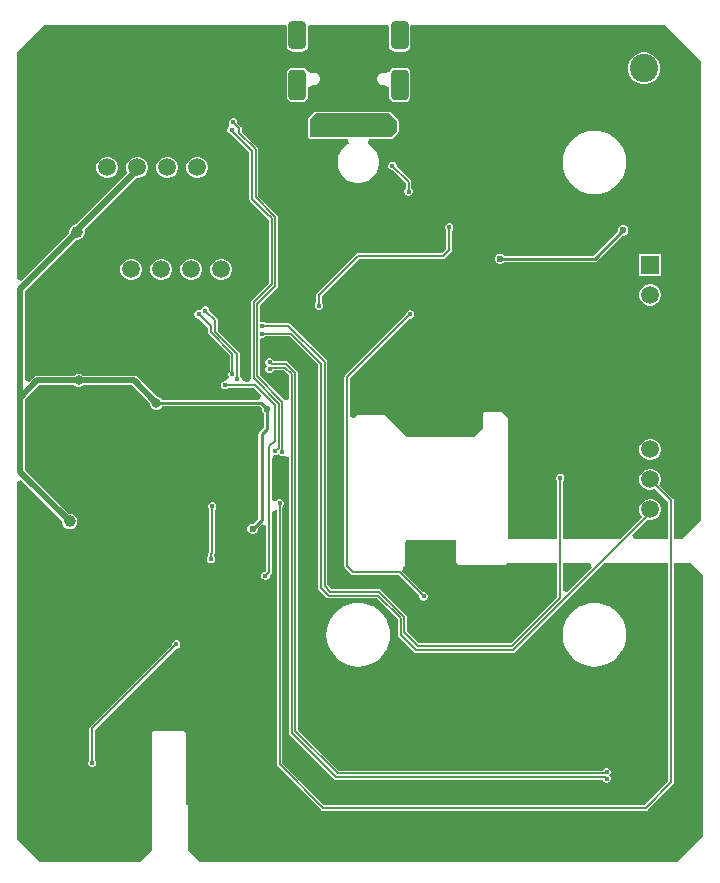
<source format=gbl>
G04*
G04 #@! TF.GenerationSoftware,Altium Limited,Altium Designer,23.5.1 (21)*
G04*
G04 Layer_Physical_Order=2*
G04 Layer_Color=16711680*
%FSLAX25Y25*%
%MOIN*%
G70*
G04*
G04 #@! TF.SameCoordinates,89F97100-6FF8-4533-BDCD-A1BC4398B3AB*
G04*
G04*
G04 #@! TF.FilePolarity,Positive*
G04*
G01*
G75*
%ADD13C,0.01000*%
G04:AMPARAMS|DCode=76|XSize=59.06mil|YSize=94.49mil|CornerRadius=14.76mil|HoleSize=0mil|Usage=FLASHONLY|Rotation=180.000|XOffset=0mil|YOffset=0mil|HoleType=Round|Shape=RoundedRectangle|*
%AMROUNDEDRECTD76*
21,1,0.05906,0.06496,0,0,180.0*
21,1,0.02953,0.09449,0,0,180.0*
1,1,0.02953,-0.01476,0.03248*
1,1,0.02953,0.01476,0.03248*
1,1,0.02953,0.01476,-0.03248*
1,1,0.02953,-0.01476,-0.03248*
%
%ADD76ROUNDEDRECTD76*%
%ADD81C,0.02000*%
%ADD82C,0.00600*%
%ADD84C,0.05906*%
%ADD85R,0.05906X0.05906*%
%ADD86C,0.09449*%
%ADD87R,0.09449X0.09449*%
%ADD88R,0.05906X0.05906*%
%ADD89C,0.01968*%
%ADD90C,0.01575*%
%ADD91C,0.02362*%
%ADD92C,0.03937*%
%ADD93C,0.03150*%
G04:AMPARAMS|DCode=94|XSize=59.06mil|YSize=102.36mil|CornerRadius=14.76mil|HoleSize=0mil|Usage=FLASHONLY|Rotation=180.000|XOffset=0mil|YOffset=0mil|HoleType=Round|Shape=RoundedRectangle|*
%AMROUNDEDRECTD94*
21,1,0.05906,0.07284,0,0,180.0*
21,1,0.02953,0.10236,0,0,180.0*
1,1,0.02953,-0.01476,0.03642*
1,1,0.02953,0.01476,0.03642*
1,1,0.02953,0.01476,-0.03642*
1,1,0.02953,-0.01476,-0.03642*
%
%ADD94ROUNDEDRECTD94*%
G36*
X266000Y294000D02*
Y261290D01*
Y141000D01*
X259500Y134500D01*
X256918D01*
Y147500D01*
X256848Y147851D01*
X256649Y148149D01*
X252076Y152722D01*
X252311Y153129D01*
X252553Y154032D01*
Y154968D01*
X252311Y155871D01*
X251843Y156681D01*
X251181Y157343D01*
X250371Y157811D01*
X249468Y158053D01*
X248532D01*
X247629Y157811D01*
X246819Y157343D01*
X246157Y156681D01*
X245689Y155871D01*
X245447Y154968D01*
Y154032D01*
X245689Y153129D01*
X246157Y152319D01*
X246819Y151657D01*
X247629Y151189D01*
X248532Y150947D01*
X249468D01*
X250371Y151189D01*
X250778Y151424D01*
X255082Y147120D01*
Y134500D01*
X243528D01*
X242954Y135886D01*
X248125Y141056D01*
X248532Y140947D01*
X249468D01*
X250371Y141189D01*
X251181Y141657D01*
X251843Y142319D01*
X252311Y143129D01*
X252553Y144032D01*
Y144968D01*
X252311Y145871D01*
X251843Y146681D01*
X251181Y147343D01*
X250371Y147811D01*
X249468Y148053D01*
X248532D01*
X247629Y147811D01*
X246819Y147343D01*
X246157Y146681D01*
X245689Y145871D01*
X245447Y144968D01*
Y144032D01*
X245689Y143129D01*
X246157Y142319D01*
X246474Y142001D01*
X238973Y134500D01*
X219918D01*
Y153955D01*
X220176Y154214D01*
X220387Y154724D01*
Y155276D01*
X220176Y155786D01*
X219786Y156176D01*
X219276Y156387D01*
X218724D01*
X218214Y156176D01*
X217824Y155786D01*
X217613Y155276D01*
Y154724D01*
X217824Y154214D01*
X218082Y153955D01*
Y134500D01*
X201649D01*
Y174500D01*
X201459Y174959D01*
X199459Y176959D01*
X199000Y177149D01*
X194000D01*
X193541Y176959D01*
X193351Y176500D01*
Y171769D01*
X190231Y168649D01*
X167769D01*
X167459Y168959D01*
X167459Y168959D01*
X160459Y175959D01*
X160000Y176149D01*
X152000D01*
X151541Y175959D01*
X150418Y174836D01*
X148918Y175457D01*
Y188169D01*
X168881Y208132D01*
X169247D01*
X169757Y208343D01*
X170147Y208734D01*
X170358Y209244D01*
Y209796D01*
X170147Y210306D01*
X169757Y210696D01*
X169247Y210907D01*
X168695D01*
X168185Y210696D01*
X167795Y210306D01*
X167583Y209796D01*
Y209430D01*
X147351Y189198D01*
X147152Y188900D01*
X147082Y188549D01*
Y125500D01*
X147152Y125149D01*
X147351Y124851D01*
X149364Y122839D01*
X149661Y122640D01*
X150012Y122570D01*
X165132D01*
X172113Y115590D01*
Y115224D01*
X172324Y114714D01*
X172714Y114324D01*
X173224Y114113D01*
X173776D01*
X174286Y114324D01*
X174676Y114714D01*
X174887Y115224D01*
Y115776D01*
X174676Y116286D01*
X174286Y116676D01*
X173776Y116887D01*
X173410D01*
X166447Y123851D01*
D01*
D01*
X166472Y124556D01*
X166562Y124941D01*
X166836Y125490D01*
D01*
D01*
X166959Y125541D01*
X167149Y126000D01*
Y126500D01*
Y133731D01*
X167459Y134041D01*
X167459Y134041D01*
X167769Y134351D01*
X184231D01*
X184351Y134231D01*
Y127000D01*
X184541Y126541D01*
X185041Y126041D01*
X185500Y125851D01*
X200500D01*
X200959Y126041D01*
X201418Y126500D01*
X218082D01*
Y115306D01*
X202694Y99918D01*
X171880D01*
X167918Y103880D01*
Y108759D01*
X167848Y109111D01*
X167649Y109408D01*
X159408Y117649D01*
X159111Y117848D01*
X158759Y117918D01*
X142812D01*
X141401Y119329D01*
Y193517D01*
X141331Y193868D01*
X141132Y194166D01*
X128965Y206332D01*
X128668Y206531D01*
X128317Y206601D01*
X120722D01*
X120464Y206859D01*
X119954Y207071D01*
X119402D01*
X118908Y207401D01*
Y212631D01*
X124649Y218371D01*
X124848Y218669D01*
X124918Y219020D01*
Y242000D01*
X124848Y242351D01*
X124649Y242649D01*
X118418Y248880D01*
Y264500D01*
X118348Y264851D01*
X118149Y265149D01*
X112918Y270380D01*
Y271500D01*
X112848Y271851D01*
X112649Y272149D01*
X111387Y273410D01*
Y273776D01*
X111176Y274286D01*
X110786Y274676D01*
X110276Y274887D01*
X109724D01*
X109214Y274676D01*
X108824Y274286D01*
X108613Y273776D01*
Y273224D01*
X108714Y272176D01*
X108324Y271786D01*
X108113Y271276D01*
Y270724D01*
X108324Y270214D01*
X108714Y269824D01*
X109224Y269613D01*
X109393D01*
X115382Y263623D01*
Y248003D01*
X115452Y247652D01*
X115651Y247354D01*
X120253Y242753D01*
X120253Y242753D01*
X121882Y241123D01*
Y219898D01*
X116141Y214157D01*
X115943Y213859D01*
X115873Y213508D01*
Y188176D01*
X115136Y187142D01*
X114790Y186849D01*
X114119D01*
X112815Y187621D01*
Y188173D01*
X112604Y188683D01*
X112346Y188941D01*
Y196303D01*
X112276Y196654D01*
X112077Y196951D01*
X104918Y204111D01*
Y207537D01*
X104848Y207888D01*
X104649Y208186D01*
X102109Y210725D01*
Y211091D01*
X101898Y211601D01*
X101508Y211991D01*
X100998Y212202D01*
X100446D01*
X99936Y211991D01*
X99546Y211601D01*
X99335Y211091D01*
X98776Y210887D01*
X98224D01*
X97714Y210676D01*
X97324Y210286D01*
X97113Y209776D01*
Y209224D01*
X97324Y208714D01*
X97714Y208324D01*
X98224Y208113D01*
X98578D01*
X101582Y205108D01*
Y203508D01*
X101652Y203157D01*
X101851Y202860D01*
X108796Y195915D01*
Y190584D01*
X108537Y190326D01*
X108326Y189816D01*
Y189264D01*
X108537Y188754D01*
X107740Y187430D01*
X107570Y187319D01*
X107018D01*
X106508Y187107D01*
X106117Y186717D01*
X105906Y186207D01*
Y185655D01*
X106117Y185145D01*
X106508Y184755D01*
X107018Y184544D01*
X107570D01*
X108080Y184755D01*
X108338Y185014D01*
X116958D01*
X119440Y182531D01*
X119436Y182486D01*
X118762Y181088D01*
X86303D01*
X86258Y181198D01*
X85646Y181810D01*
X84847Y182141D01*
X84666D01*
X78154Y188654D01*
X77624Y189007D01*
X77000Y189131D01*
X59944D01*
X59732Y189344D01*
X58933Y189675D01*
X58067D01*
X57268Y189344D01*
X57056Y189131D01*
X44714D01*
X44090Y189007D01*
X43561Y188654D01*
X42017Y187110D01*
X40631Y187684D01*
Y217324D01*
X57739Y234432D01*
X58338D01*
X58991Y234607D01*
X59577Y234945D01*
X60055Y235423D01*
X60394Y236009D01*
X60568Y236662D01*
Y237338D01*
X60474Y237691D01*
X77730Y254947D01*
X78468D01*
X79371Y255189D01*
X80181Y255657D01*
X80843Y256319D01*
X81311Y257129D01*
X81553Y258032D01*
Y258968D01*
X81311Y259871D01*
X80843Y260681D01*
X80181Y261343D01*
X79371Y261811D01*
X78468Y262053D01*
X77532D01*
X76629Y261811D01*
X75819Y261343D01*
X75157Y260681D01*
X74689Y259871D01*
X74447Y258968D01*
Y258032D01*
X74689Y257129D01*
X74912Y256743D01*
X57737Y239568D01*
X57662D01*
X57009Y239393D01*
X56423Y239055D01*
X55945Y238577D01*
X55607Y237991D01*
X55431Y237338D01*
Y236739D01*
X39386Y220693D01*
X38000Y221267D01*
Y297000D01*
X47000Y306000D01*
X127645D01*
X127851Y305748D01*
Y299252D01*
X128013Y298442D01*
X128472Y297755D01*
X129158Y297296D01*
X129969Y297135D01*
X132921D01*
X133731Y297296D01*
X134418Y297755D01*
X134877Y298442D01*
X135038Y299252D01*
Y305748D01*
X135245Y306000D01*
X161700D01*
X161907Y305748D01*
Y299252D01*
X162068Y298442D01*
X162527Y297755D01*
X163214Y297296D01*
X164024Y297135D01*
X166976D01*
X167787Y297296D01*
X168473Y297755D01*
X168932Y298442D01*
X169093Y299252D01*
Y305748D01*
X169300Y306000D01*
X254000D01*
X266000Y294000D01*
D02*
G37*
G36*
X82239Y179954D02*
Y179533D01*
X82570Y178734D01*
X83182Y178122D01*
X83981Y177791D01*
X84847D01*
X85646Y178122D01*
X86258Y178734D01*
X86303Y178844D01*
X118823D01*
X119453Y178214D01*
Y177767D01*
X119725Y177112D01*
X120226Y176611D01*
X120292Y176584D01*
Y171879D01*
X118707Y170293D01*
X118464Y169929D01*
X118378Y169500D01*
X118378Y169500D01*
Y141465D01*
X116695Y139781D01*
X116146D01*
X115491Y139510D01*
X114990Y139009D01*
X114719Y138354D01*
Y137646D01*
X114990Y136991D01*
X115491Y136490D01*
X116146Y136219D01*
X116854D01*
X117509Y136490D01*
X118010Y136991D01*
X118281Y137646D01*
Y138195D01*
X119582Y139496D01*
X121082Y138875D01*
Y123969D01*
X120871Y123757D01*
X120506D01*
X119996Y123546D01*
X119606Y123156D01*
X119394Y122646D01*
Y122094D01*
X119606Y121584D01*
X119996Y121194D01*
X120506Y120983D01*
X121058D01*
X121568Y121194D01*
X121958Y121584D01*
X122169Y122094D01*
Y122460D01*
X122649Y122940D01*
X122848Y123237D01*
X122918Y123588D01*
Y143562D01*
X124418Y144370D01*
X124512Y144308D01*
X124582Y144143D01*
Y115122D01*
D01*
Y59500D01*
X124652Y59149D01*
X124851Y58851D01*
X139351Y44351D01*
X139649Y44152D01*
X140000Y44082D01*
X247500D01*
X247851Y44152D01*
X248149Y44351D01*
X256649Y52851D01*
X256848Y53149D01*
X256918Y53500D01*
Y126500D01*
X262500D01*
X266500Y122500D01*
Y35500D01*
X258000Y27000D01*
X99000D01*
X95000Y31000D01*
Y46000D01*
X94149D01*
Y70000D01*
X93959Y70459D01*
X93500Y70649D01*
X83500D01*
X83041Y70459D01*
X82851Y70000D01*
Y46000D01*
Y45000D01*
X83000Y44639D01*
Y31000D01*
X79000Y27000D01*
X45500D01*
X38000Y34500D01*
X38000Y70680D01*
X38000Y70680D01*
Y153733D01*
X39386Y154307D01*
X52931Y140761D01*
Y140162D01*
X53106Y139509D01*
X53445Y138923D01*
X53923Y138445D01*
X54509Y138107D01*
X55162Y137932D01*
X55838D01*
X56491Y138107D01*
X57077Y138445D01*
X57555Y138923D01*
X57894Y139509D01*
X58069Y140162D01*
Y140838D01*
X57894Y141491D01*
X57555Y142077D01*
X57077Y142555D01*
X56491Y142894D01*
X55838Y143069D01*
X55239D01*
X40631Y157676D01*
Y181110D01*
X45390Y185869D01*
X57056D01*
X57268Y185656D01*
X58067Y185325D01*
X58933D01*
X59732Y185656D01*
X59944Y185869D01*
X76324D01*
X82239Y179954D01*
D02*
G37*
G36*
X229587Y125114D02*
X221304Y116830D01*
X219918Y117404D01*
Y126500D01*
X229013D01*
X229587Y125114D01*
D02*
G37*
G36*
X138366Y192640D02*
Y118451D01*
X138435Y118100D01*
X138635Y117803D01*
X141286Y115151D01*
X141584Y114952D01*
X141935Y114882D01*
X157882D01*
X164882Y107882D01*
Y102700D01*
X164952Y102349D01*
X165151Y102051D01*
X170351Y96851D01*
X170649Y96652D01*
X171000Y96582D01*
X203271D01*
X203622Y96652D01*
X203920Y96851D01*
X233569Y126500D01*
X255082D01*
Y53880D01*
X247120Y45918D01*
X140380D01*
X140298Y46000D01*
X126418Y59880D01*
Y118516D01*
Y145456D01*
X126676Y145714D01*
X126887Y146224D01*
Y146776D01*
X126676Y147286D01*
X126286Y147676D01*
X125776Y147887D01*
X125224D01*
X124714Y147676D01*
X124418Y147380D01*
X123965Y147420D01*
X122918Y147811D01*
Y161186D01*
X123651Y162506D01*
X124203D01*
X124713Y162717D01*
X124899Y162903D01*
X125127Y162857D01*
X125517Y162467D01*
X126027Y162256D01*
X126579D01*
X127089Y162467D01*
X128582Y161900D01*
Y118301D01*
Y69971D01*
X128652Y69620D01*
X128851Y69322D01*
X143606Y54568D01*
X143903Y54369D01*
X144255Y54299D01*
X233194D01*
X233324Y53985D01*
X233714Y53595D01*
X234224Y53384D01*
X234776D01*
X235286Y53595D01*
X235676Y53985D01*
X235887Y54495D01*
Y55047D01*
X235676Y55557D01*
X235375Y55858D01*
X235676Y56160D01*
X235887Y56670D01*
Y57222D01*
X235676Y57732D01*
X235286Y58122D01*
X234776Y58333D01*
X234224D01*
X233714Y58122D01*
X233324Y57732D01*
X233194Y57418D01*
X145166D01*
X131701Y70883D01*
Y124201D01*
D01*
Y190032D01*
X131631Y190383D01*
X131432Y190680D01*
X128403Y193710D01*
X128105Y193909D01*
X127754Y193978D01*
X123440D01*
X123316Y194277D01*
X122926Y194668D01*
X122416Y194879D01*
X121864D01*
X121354Y194668D01*
X120964Y194277D01*
X120752Y193767D01*
Y193216D01*
X120964Y192706D01*
X121265Y192404D01*
X120964Y192103D01*
X120752Y191593D01*
Y191041D01*
X120964Y190531D01*
X121354Y190140D01*
X121864Y189929D01*
X122416D01*
X122926Y190140D01*
X123316Y190531D01*
X123468Y190898D01*
X126804D01*
X128582Y189120D01*
Y181250D01*
X127822Y181007D01*
X127082Y181001D01*
X127011Y181108D01*
X118908Y189211D01*
Y201370D01*
X119402Y201700D01*
X119954D01*
X120464Y201911D01*
X120722Y202170D01*
X128835D01*
X138366Y192640D01*
D02*
G37*
%LPC*%
G36*
X166976Y291802D02*
X164024D01*
X163214Y291641D01*
X162527Y291182D01*
X162155Y290626D01*
X161923Y290442D01*
X160450Y289904D01*
X160244Y289990D01*
X159457D01*
X158730Y289689D01*
X158174Y289132D01*
X157872Y288405D01*
Y287618D01*
X158174Y286891D01*
X158730Y286335D01*
X159457Y286034D01*
X160244D01*
X160407Y286101D01*
X161773Y285381D01*
X161907Y285223D01*
Y282402D01*
X162068Y281591D01*
X162527Y280905D01*
X163214Y280446D01*
X164024Y280285D01*
X166976D01*
X167787Y280446D01*
X168473Y280905D01*
X168932Y281591D01*
X169093Y282402D01*
Y289685D01*
X168932Y290495D01*
X168473Y291182D01*
X167787Y291641D01*
X166976Y291802D01*
D02*
G37*
G36*
X247701Y296824D02*
X246299D01*
X244945Y296462D01*
X243731Y295761D01*
X242739Y294769D01*
X242038Y293555D01*
X241676Y292201D01*
Y290799D01*
X242038Y289445D01*
X242739Y288231D01*
X243731Y287239D01*
X244945Y286538D01*
X246299Y286176D01*
X247701D01*
X249055Y286538D01*
X250269Y287239D01*
X251261Y288231D01*
X251962Y289445D01*
X252324Y290799D01*
Y292201D01*
X251962Y293555D01*
X251261Y294769D01*
X250269Y295761D01*
X249055Y296462D01*
X247701Y296824D01*
D02*
G37*
G36*
X132921Y291802D02*
X129969D01*
X129158Y291641D01*
X128472Y291182D01*
X128013Y290495D01*
X127851Y289685D01*
Y282402D01*
X128013Y281591D01*
X128472Y280905D01*
X129158Y280446D01*
X129969Y280285D01*
X132921D01*
X133731Y280446D01*
X134418Y280905D01*
X134877Y281591D01*
X135038Y282402D01*
Y285223D01*
X135172Y285381D01*
X136538Y286101D01*
X136701Y286034D01*
X137488D01*
X138215Y286335D01*
X138771Y286891D01*
X139072Y287618D01*
Y288405D01*
X138771Y289132D01*
X138215Y289689D01*
X137488Y289990D01*
X136701D01*
X136495Y289904D01*
X135021Y290442D01*
X134790Y290626D01*
X134418Y291182D01*
X133731Y291641D01*
X132921Y291802D01*
D02*
G37*
G36*
X98468Y262053D02*
X97532D01*
X96629Y261811D01*
X95819Y261343D01*
X95157Y260681D01*
X94689Y259871D01*
X94447Y258968D01*
Y258032D01*
X94689Y257129D01*
X95157Y256319D01*
X95819Y255657D01*
X96629Y255189D01*
X97532Y254947D01*
X98468D01*
X99371Y255189D01*
X100181Y255657D01*
X100843Y256319D01*
X101311Y257129D01*
X101553Y258032D01*
Y258968D01*
X101311Y259871D01*
X100843Y260681D01*
X100181Y261343D01*
X99371Y261811D01*
X98468Y262053D01*
D02*
G37*
G36*
X88468D02*
X87532D01*
X86629Y261811D01*
X85819Y261343D01*
X85157Y260681D01*
X84689Y259871D01*
X84447Y258968D01*
Y258032D01*
X84689Y257129D01*
X85157Y256319D01*
X85819Y255657D01*
X86629Y255189D01*
X87532Y254947D01*
X88468D01*
X89371Y255189D01*
X90181Y255657D01*
X90843Y256319D01*
X91311Y257129D01*
X91553Y258032D01*
Y258968D01*
X91311Y259871D01*
X90843Y260681D01*
X90181Y261343D01*
X89371Y261811D01*
X88468Y262053D01*
D02*
G37*
G36*
X68468D02*
X67532D01*
X66629Y261811D01*
X65819Y261343D01*
X65157Y260681D01*
X64689Y259871D01*
X64447Y258968D01*
Y258032D01*
X64689Y257129D01*
X65157Y256319D01*
X65819Y255657D01*
X66629Y255189D01*
X67532Y254947D01*
X68468D01*
X69371Y255189D01*
X70181Y255657D01*
X70843Y256319D01*
X71311Y257129D01*
X71553Y258032D01*
Y258968D01*
X71311Y259871D01*
X70843Y260681D01*
X70181Y261343D01*
X69371Y261811D01*
X68468Y262053D01*
D02*
G37*
G36*
X162000Y277149D02*
X137500D01*
X137041Y276959D01*
X135041Y274959D01*
X134851Y274500D01*
Y269000D01*
X135041Y268541D01*
X135541Y268041D01*
X136000Y267851D01*
X148221D01*
X148519Y266351D01*
X148433Y266315D01*
X147303Y265560D01*
X146342Y264599D01*
X145587Y263469D01*
X145067Y262213D01*
X144802Y260880D01*
Y259521D01*
X145067Y258188D01*
X145587Y256933D01*
X146342Y255803D01*
X147303Y254842D01*
X148433Y254087D01*
X149688Y253567D01*
X151021Y253302D01*
X152380D01*
X153713Y253567D01*
X154969Y254087D01*
X156099Y254842D01*
X157060Y255803D01*
X157815Y256933D01*
X158335Y258188D01*
X158600Y259521D01*
Y260880D01*
X158335Y262213D01*
X157815Y263469D01*
X157060Y264599D01*
X156099Y265560D01*
X154969Y266315D01*
X154882Y266351D01*
X155181Y267851D01*
X162500D01*
X162959Y268041D01*
X164959Y270041D01*
X165149Y270500D01*
Y274000D01*
X164959Y274459D01*
X162459Y276959D01*
X162000Y277149D01*
D02*
G37*
G36*
X230441Y270801D02*
X228783Y270671D01*
X227165Y270282D01*
X225628Y269646D01*
X224210Y268777D01*
X222945Y267696D01*
X221865Y266432D01*
X220996Y265013D01*
X220359Y263476D01*
X219971Y261859D01*
X219841Y260201D01*
X219866Y259871D01*
X219971Y258542D01*
X220359Y256925D01*
X220996Y255388D01*
X221865Y253970D01*
X222945Y252705D01*
X224210Y251625D01*
X225628Y250756D01*
X227165Y250119D01*
X228783Y249731D01*
X230441Y249600D01*
X232099Y249731D01*
X233717Y250119D01*
X235253Y250756D01*
X236672Y251625D01*
X237937Y252705D01*
X239017Y253970D01*
X239886Y255388D01*
X240523Y256925D01*
X240911Y258542D01*
X241041Y260201D01*
X240911Y261859D01*
X240523Y263476D01*
X239886Y265013D01*
X239017Y266432D01*
X237937Y267696D01*
X236672Y268777D01*
X235253Y269646D01*
X233717Y270282D01*
X232099Y270671D01*
X230441Y270801D01*
D02*
G37*
G36*
X163389Y260387D02*
X162837D01*
X162327Y260176D01*
X161936Y259786D01*
X161725Y259276D01*
Y258724D01*
X161936Y258214D01*
X162327Y257824D01*
X162837Y257613D01*
X163202D01*
X167582Y253233D01*
Y251495D01*
X167324Y251236D01*
X167113Y250726D01*
Y250174D01*
X167324Y249664D01*
X167714Y249274D01*
X168224Y249063D01*
X168776D01*
X169286Y249274D01*
X169676Y249664D01*
X169887Y250174D01*
Y250726D01*
X169676Y251236D01*
X169418Y251495D01*
Y253613D01*
X169348Y253964D01*
X169149Y254261D01*
X164500Y258910D01*
Y259276D01*
X164289Y259786D01*
X163899Y260176D01*
X163389Y260387D01*
D02*
G37*
G36*
X240354Y239281D02*
X239646D01*
X238991Y239010D01*
X238490Y238509D01*
X238219Y237854D01*
Y237305D01*
X230035Y229121D01*
X200397D01*
X200009Y229510D01*
X199354Y229781D01*
X198646D01*
X197991Y229510D01*
X197490Y229009D01*
X197219Y228354D01*
Y227646D01*
X197490Y226991D01*
X197991Y226490D01*
X198646Y226219D01*
X199354D01*
X200009Y226490D01*
X200397Y226878D01*
X230500D01*
X230500Y226878D01*
X230929Y226964D01*
X231293Y227207D01*
X239805Y235719D01*
X240354D01*
X241009Y235990D01*
X241510Y236491D01*
X241781Y237146D01*
Y237854D01*
X241510Y238509D01*
X241009Y239010D01*
X240354Y239281D01*
D02*
G37*
G36*
X252553Y229553D02*
X245447D01*
Y222447D01*
X252553D01*
Y229553D01*
D02*
G37*
G36*
X106468Y228053D02*
X105532D01*
X104629Y227811D01*
X103819Y227343D01*
X103157Y226681D01*
X102689Y225871D01*
X102447Y224968D01*
Y224032D01*
X102689Y223129D01*
X103157Y222319D01*
X103819Y221657D01*
X104629Y221189D01*
X105532Y220947D01*
X106468D01*
X107371Y221189D01*
X108181Y221657D01*
X108843Y222319D01*
X109311Y223129D01*
X109553Y224032D01*
Y224968D01*
X109311Y225871D01*
X108843Y226681D01*
X108181Y227343D01*
X107371Y227811D01*
X106468Y228053D01*
D02*
G37*
G36*
X96468D02*
X95532D01*
X94629Y227811D01*
X93819Y227343D01*
X93157Y226681D01*
X92689Y225871D01*
X92447Y224968D01*
Y224032D01*
X92689Y223129D01*
X93157Y222319D01*
X93819Y221657D01*
X94629Y221189D01*
X95532Y220947D01*
X96468D01*
X97371Y221189D01*
X98181Y221657D01*
X98843Y222319D01*
X99311Y223129D01*
X99553Y224032D01*
Y224968D01*
X99311Y225871D01*
X98843Y226681D01*
X98181Y227343D01*
X97371Y227811D01*
X96468Y228053D01*
D02*
G37*
G36*
X86468D02*
X85532D01*
X84629Y227811D01*
X83819Y227343D01*
X83157Y226681D01*
X82689Y225871D01*
X82447Y224968D01*
Y224032D01*
X82689Y223129D01*
X83157Y222319D01*
X83819Y221657D01*
X84629Y221189D01*
X85532Y220947D01*
X86468D01*
X87371Y221189D01*
X88181Y221657D01*
X88843Y222319D01*
X89311Y223129D01*
X89553Y224032D01*
Y224968D01*
X89311Y225871D01*
X88843Y226681D01*
X88181Y227343D01*
X87371Y227811D01*
X86468Y228053D01*
D02*
G37*
G36*
X76468D02*
X75532D01*
X74629Y227811D01*
X73819Y227343D01*
X73157Y226681D01*
X72689Y225871D01*
X72447Y224968D01*
Y224032D01*
X72689Y223129D01*
X73157Y222319D01*
X73819Y221657D01*
X74629Y221189D01*
X75532Y220947D01*
X76468D01*
X77371Y221189D01*
X78181Y221657D01*
X78843Y222319D01*
X79311Y223129D01*
X79553Y224032D01*
Y224968D01*
X79311Y225871D01*
X78843Y226681D01*
X78181Y227343D01*
X77371Y227811D01*
X76468Y228053D01*
D02*
G37*
G36*
X249468Y219553D02*
X248532D01*
X247629Y219311D01*
X246819Y218843D01*
X246157Y218181D01*
X245689Y217371D01*
X245447Y216468D01*
Y215532D01*
X245689Y214629D01*
X246157Y213819D01*
X246819Y213157D01*
X247629Y212689D01*
X248532Y212447D01*
X249468D01*
X250371Y212689D01*
X251181Y213157D01*
X251843Y213819D01*
X252311Y214629D01*
X252553Y215532D01*
Y216468D01*
X252311Y217371D01*
X251843Y218181D01*
X251181Y218843D01*
X250371Y219311D01*
X249468Y219553D01*
D02*
G37*
G36*
X182276Y239887D02*
X181724D01*
X181214Y239676D01*
X180824Y239286D01*
X180613Y238776D01*
Y238224D01*
X180824Y237714D01*
X181082Y237456D01*
Y231380D01*
X179620Y229918D01*
X151500D01*
X151149Y229848D01*
X150851Y229649D01*
X137954Y216752D01*
X137755Y216454D01*
X137685Y216103D01*
Y213411D01*
X137427Y213153D01*
X137215Y212643D01*
Y212091D01*
X137427Y211581D01*
X137817Y211191D01*
X138327Y210979D01*
X138879D01*
X139389Y211191D01*
X139779Y211581D01*
X139990Y212091D01*
Y212643D01*
X139779Y213153D01*
X139520Y213411D01*
Y215723D01*
X151880Y228082D01*
X180000D01*
X180351Y228152D01*
X180649Y228351D01*
X182649Y230351D01*
X182848Y230649D01*
X182918Y231000D01*
Y237456D01*
X183176Y237714D01*
X183387Y238224D01*
Y238776D01*
X183176Y239286D01*
X182786Y239676D01*
X182276Y239887D01*
D02*
G37*
G36*
X249468Y168053D02*
X248532D01*
X247629Y167811D01*
X246819Y167343D01*
X246157Y166681D01*
X245689Y165871D01*
X245447Y164968D01*
Y164032D01*
X245689Y163129D01*
X246157Y162319D01*
X246819Y161657D01*
X247629Y161189D01*
X248532Y160947D01*
X249468D01*
X250371Y161189D01*
X251181Y161657D01*
X251843Y162319D01*
X252311Y163129D01*
X252553Y164032D01*
Y164968D01*
X252311Y165871D01*
X251843Y166681D01*
X251181Y167343D01*
X250371Y167811D01*
X249468Y168053D01*
D02*
G37*
%LPD*%
G36*
X164500Y274000D02*
Y270500D01*
X162500Y268500D01*
X136000D01*
X135500Y269000D01*
Y274500D01*
X137500Y276500D01*
X162000D01*
X164500Y274000D01*
D02*
G37*
%LPC*%
G36*
X103276Y146887D02*
X102724D01*
X102214Y146676D01*
X101824Y146286D01*
X101613Y145776D01*
Y145224D01*
X101824Y144714D01*
X101998Y144539D01*
Y130280D01*
X101972Y130254D01*
X101774Y129956D01*
X101704Y129605D01*
Y128957D01*
X101445Y128699D01*
X101234Y128189D01*
Y127637D01*
X101445Y127127D01*
X101835Y126736D01*
X102345Y126525D01*
X102897D01*
X103407Y126736D01*
X103797Y127127D01*
X104009Y127637D01*
Y128189D01*
X103797Y128699D01*
X103539Y128957D01*
Y129225D01*
X103565Y129251D01*
X103764Y129549D01*
X103834Y129900D01*
Y144372D01*
X104176Y144714D01*
X104387Y145224D01*
Y145776D01*
X104176Y146286D01*
X103786Y146676D01*
X103276Y146887D01*
D02*
G37*
G36*
X91276Y100887D02*
X90724D01*
X90214Y100676D01*
X89824Y100286D01*
X89613Y99776D01*
Y99410D01*
X62351Y72149D01*
X62152Y71851D01*
X62082Y71500D01*
Y61044D01*
X61824Y60786D01*
X61613Y60276D01*
Y59724D01*
X61824Y59214D01*
X62214Y58824D01*
X62724Y58613D01*
X63276D01*
X63786Y58824D01*
X64176Y59214D01*
X64387Y59724D01*
Y60276D01*
X64176Y60786D01*
X63918Y61044D01*
Y69961D01*
D01*
Y71120D01*
X90910Y98113D01*
X91276D01*
X91786Y98324D01*
X92176Y98714D01*
X92387Y99224D01*
Y99776D01*
X92176Y100286D01*
X91786Y100676D01*
X91276Y100887D01*
D02*
G37*
G36*
X230441Y113321D02*
X228783Y113190D01*
X227165Y112802D01*
X225628Y112165D01*
X224210Y111296D01*
X222945Y110216D01*
X221865Y108951D01*
X220996Y107533D01*
X220359Y105996D01*
X219971Y104379D01*
X219841Y102720D01*
X219971Y101062D01*
X220359Y99445D01*
X220996Y97908D01*
X221865Y96490D01*
X222945Y95225D01*
X224210Y94144D01*
X225628Y93275D01*
X227165Y92639D01*
X228783Y92251D01*
X230441Y92120D01*
X232099Y92251D01*
X233717Y92639D01*
X235253Y93275D01*
X236672Y94144D01*
X237937Y95225D01*
X239017Y96490D01*
X239886Y97908D01*
X240523Y99445D01*
X240911Y101062D01*
X241041Y102720D01*
X240911Y104379D01*
X240523Y105996D01*
X239886Y107533D01*
X239017Y108951D01*
X237937Y110216D01*
X236672Y111296D01*
X235253Y112165D01*
X233717Y112802D01*
X232099Y113190D01*
X230441Y113321D01*
D02*
G37*
G36*
X151701D02*
X150042Y113190D01*
X148425Y112802D01*
X146888Y112165D01*
X145470Y111296D01*
X144205Y110216D01*
X143125Y108951D01*
X142256Y107533D01*
X141619Y105996D01*
X141231Y104379D01*
X141100Y102720D01*
X141231Y101062D01*
X141619Y99445D01*
X142256Y97908D01*
X143125Y96490D01*
X144205Y95225D01*
X145470Y94144D01*
X146888Y93275D01*
X148425Y92639D01*
X150042Y92251D01*
X151701Y92120D01*
X153359Y92251D01*
X154976Y92639D01*
X156513Y93275D01*
X157932Y94144D01*
X159196Y95225D01*
X160277Y96490D01*
X161146Y97908D01*
X161782Y99445D01*
X162171Y101062D01*
X162301Y102720D01*
X162171Y104379D01*
X161782Y105996D01*
X161146Y107533D01*
X160277Y108951D01*
X159196Y110216D01*
X157932Y111296D01*
X156513Y112165D01*
X154976Y112802D01*
X153359Y113190D01*
X151701Y113321D01*
D02*
G37*
%LPD*%
D13*
X119500Y169500D02*
X121414Y171414D01*
X121234Y178121D02*
X121414Y177942D01*
Y171414D02*
Y177942D01*
X119288Y179966D02*
X121132Y178121D01*
X121234D01*
X84414Y179966D02*
X119288D01*
X230500Y228000D02*
X240000Y237500D01*
X199000Y228000D02*
X230500D01*
X119500Y141000D02*
Y169500D01*
X116500Y138000D02*
X119500Y141000D01*
D76*
X131445Y302500D02*
D03*
X165500D02*
D03*
D81*
X78000Y257524D02*
Y258500D01*
X58000Y237524D02*
X78000Y257524D01*
X58000Y237000D02*
Y237524D01*
X39000Y181786D02*
X44714Y187500D01*
X39000Y181786D02*
Y218000D01*
Y157000D02*
Y181786D01*
X44714Y187500D02*
X58500D01*
X77000D01*
X39000Y218000D02*
X58000Y237000D01*
X39000Y157000D02*
X55500Y140500D01*
X77000Y187500D02*
X84414Y180086D01*
Y179966D02*
Y180086D01*
D82*
X120782Y122370D02*
X122000Y123588D01*
Y165500D02*
X123962Y167462D01*
X122000Y123588D02*
Y165500D01*
X117338Y185931D02*
X123962Y179307D01*
X107294Y185931D02*
X117338D01*
X130783Y70503D02*
X144786Y56500D01*
X127754Y193061D02*
X130783Y190032D01*
Y70503D02*
Y190032D01*
X127184Y191816D02*
X129500Y189500D01*
Y69971D02*
Y189500D01*
Y69971D02*
X144255Y55217D01*
X125500Y59500D02*
Y146500D01*
X140000Y45000D02*
X247500D01*
X125500Y59500D02*
X140000Y45000D01*
X247500D02*
X256000Y53500D01*
X249000Y154500D02*
X256000Y147500D01*
Y53500D02*
Y147500D01*
X144255Y55217D02*
X234054D01*
X144786Y56500D02*
X234054D01*
X163113Y259000D02*
X168500Y253613D01*
Y250450D02*
Y253613D01*
X138603Y212367D02*
Y216103D01*
X151500Y229000D01*
X180000D02*
X182000Y231000D01*
Y238500D01*
X151500Y229000D02*
X180000D01*
X126362Y163702D02*
Y180459D01*
X126303Y163643D02*
X126362Y163702D01*
X123927Y163893D02*
X125162Y165128D01*
X123962Y167462D02*
Y179307D01*
X102916Y129900D02*
Y145416D01*
X102621Y127913D02*
Y129605D01*
X102916Y129900D01*
Y145416D02*
X103000Y145500D01*
X116790Y213508D02*
X122800Y219517D01*
X116790Y188176D02*
Y213508D01*
X119678Y205683D02*
X128317D01*
X117990Y188831D02*
X126362Y180459D01*
X117990Y188831D02*
Y213011D01*
X119678Y203087D02*
X129216D01*
X117990Y213011D02*
X124000Y219020D01*
X116790Y188176D02*
X125162Y179804D01*
X124000Y219020D02*
Y242000D01*
X122800Y219517D02*
Y241503D01*
X117500Y248500D02*
X124000Y242000D01*
X125162Y165128D02*
Y179804D01*
X100722Y210815D02*
X104000Y207537D01*
Y203731D02*
Y207537D01*
X102500Y203508D02*
Y205488D01*
X98500Y209488D02*
X102500Y205488D01*
Y203508D02*
X109713Y196295D01*
X104000Y203731D02*
X111428Y196303D01*
X112000Y270000D02*
Y271500D01*
X110000Y273500D02*
X112000Y271500D01*
X109500Y270803D02*
Y271000D01*
Y270803D02*
X116300Y264003D01*
X112000Y270000D02*
X117500Y264500D01*
Y248500D02*
Y264500D01*
X98000Y258500D02*
X98553Y259053D01*
X116300Y248003D02*
Y264003D01*
X120902Y243402D02*
Y243402D01*
X116300Y248003D02*
X120902Y243402D01*
Y243402D02*
X122800Y241503D01*
X111428Y187897D02*
Y196303D01*
X109713Y189540D02*
Y196295D01*
X122140Y193491D02*
X122404D01*
X122834Y193061D01*
X127754D01*
X122902Y191816D02*
X127184D01*
X122404Y191317D02*
X122902Y191816D01*
X122140Y191317D02*
X122404D01*
X129216Y203087D02*
X139283Y193020D01*
X128317Y205683D02*
X140483Y193517D01*
X96000Y224233D02*
Y224500D01*
X234054Y56500D02*
X234500Y56946D01*
X234054Y55217D02*
X234500Y54771D01*
X203074Y99000D02*
X219000Y114926D01*
X171500Y99000D02*
X203074D01*
X219000Y114926D02*
Y155000D01*
X171000Y97500D02*
X203271D01*
X249000Y143229D01*
Y144500D01*
X139283Y118451D02*
Y193020D01*
Y118451D02*
X141935Y115800D01*
X140483Y118948D02*
X142432Y117000D01*
X140483Y118948D02*
Y193517D01*
X142432Y117000D02*
X158759D01*
X141935Y115800D02*
X158262D01*
X165800Y102700D02*
X171000Y97500D01*
X167000Y103500D02*
X171500Y99000D01*
X167000Y103500D02*
Y108759D01*
X165800Y102700D02*
Y108262D01*
X158262Y115800D02*
X165800Y108262D01*
X158759Y117000D02*
X167000Y108759D01*
X165512Y123488D02*
X173500Y115500D01*
X150012Y123488D02*
X165512D01*
X148000Y125500D02*
Y188549D01*
Y125500D02*
X150012Y123488D01*
X148000Y188549D02*
X168971Y209520D01*
X63000Y71500D02*
X91000Y99500D01*
X63000Y60000D02*
Y71500D01*
D84*
X68000Y258500D02*
D03*
X78000D02*
D03*
X88000D02*
D03*
X98000D02*
D03*
X106000Y224500D02*
D03*
X96000D02*
D03*
X86000D02*
D03*
X76000D02*
D03*
X249000Y144500D02*
D03*
Y154500D02*
D03*
Y164500D02*
D03*
Y216000D02*
D03*
D85*
X108000Y258500D02*
D03*
X116000Y224500D02*
D03*
D86*
X247000Y291500D02*
D03*
D87*
X227315D02*
D03*
D88*
X249000Y174500D02*
D03*
Y226000D02*
D03*
D89*
X164500Y116500D02*
D03*
X169500Y107000D02*
D03*
X196500Y105500D02*
D03*
X191000D02*
D03*
X186500D02*
D03*
X181500Y101500D02*
D03*
Y105500D02*
D03*
X174500Y101500D02*
D03*
Y105000D02*
D03*
X76047Y76420D02*
D03*
X80444Y71560D02*
D03*
X101996Y109759D02*
D03*
X96981Y127934D02*
D03*
X145917Y227904D02*
D03*
X154022Y224462D02*
D03*
X153997Y233646D02*
D03*
X145904Y233570D02*
D03*
X172662Y239583D02*
D03*
X175554Y248590D02*
D03*
X182308Y249095D02*
D03*
X160081Y261962D02*
D03*
X157325Y266009D02*
D03*
X146347Y266440D02*
D03*
X136875Y259336D02*
D03*
X142472Y261532D02*
D03*
X173320Y275890D02*
D03*
X173131Y279446D02*
D03*
X168819Y279274D02*
D03*
X168699Y275787D02*
D03*
X163494Y279205D02*
D03*
X132037Y278843D02*
D03*
X133404Y272679D02*
D03*
X126840Y274362D02*
D03*
X129912Y273037D02*
D03*
X128944Y259286D02*
D03*
X129611Y262232D02*
D03*
X126862Y262310D02*
D03*
X153674Y287207D02*
D03*
X147565Y289431D02*
D03*
X142233Y287454D02*
D03*
X139031Y272179D02*
D03*
X138850Y269524D02*
D03*
X136931Y273656D02*
D03*
X136602Y270564D02*
D03*
X138893Y275131D02*
D03*
X161254Y275401D02*
D03*
X161116Y272992D02*
D03*
X161047Y270009D02*
D03*
X158271Y271661D02*
D03*
X158340Y274896D02*
D03*
X77945Y152160D02*
D03*
X88189Y189412D02*
D03*
X115042Y172266D02*
D03*
X134642Y153283D02*
D03*
X116070Y143680D02*
D03*
X119901Y137476D02*
D03*
X109500Y135500D02*
D03*
X100500Y137000D02*
D03*
X99000Y145000D02*
D03*
X95500D02*
D03*
X80617Y38155D02*
D03*
X74500Y42500D02*
D03*
X80500D02*
D03*
X255000Y241000D02*
D03*
Y249000D02*
D03*
Y257000D02*
D03*
Y265000D02*
D03*
X242500Y195500D02*
D03*
Y189500D02*
D03*
Y183500D02*
D03*
X248500Y195500D02*
D03*
Y189500D02*
D03*
Y183500D02*
D03*
X171500Y196000D02*
D03*
X182000Y195000D02*
D03*
Y199000D02*
D03*
X146000Y141500D02*
D03*
Y147500D02*
D03*
Y153500D02*
D03*
Y159500D02*
D03*
Y165500D02*
D03*
Y171500D02*
D03*
Y177500D02*
D03*
X136333Y158359D02*
D03*
X136550Y177687D02*
D03*
Y183686D02*
D03*
X136333Y164359D02*
D03*
X158964Y83123D02*
D03*
X152963D02*
D03*
X146964D02*
D03*
X140963D02*
D03*
X158964Y89123D02*
D03*
X152963D02*
D03*
X146964D02*
D03*
X140963D02*
D03*
X134964D02*
D03*
Y95123D02*
D03*
Y101123D02*
D03*
Y107123D02*
D03*
X135000Y113000D02*
D03*
X123000Y95500D02*
D03*
Y102500D02*
D03*
X123226Y113290D02*
D03*
X123448Y118852D02*
D03*
X253000Y138000D02*
D03*
Y70500D02*
D03*
Y82500D02*
D03*
Y94500D02*
D03*
Y106500D02*
D03*
Y118500D02*
D03*
X223000Y41500D02*
D03*
X215000D02*
D03*
X207000D02*
D03*
X199000D02*
D03*
X191000D02*
D03*
X183000D02*
D03*
X175000D02*
D03*
X167000D02*
D03*
X159000D02*
D03*
X151000D02*
D03*
X143439Y41648D02*
D03*
X109729Y214114D02*
D03*
X110647Y200718D02*
D03*
X114745Y189157D02*
D03*
X122391Y198516D02*
D03*
X122413Y188061D02*
D03*
X125866Y189097D02*
D03*
X125417Y185886D02*
D03*
X127500Y160500D02*
D03*
Y133000D02*
D03*
Y128000D02*
D03*
Y120500D02*
D03*
Y115500D02*
D03*
Y108000D02*
D03*
Y100500D02*
D03*
X127529Y92341D02*
D03*
X133500Y74500D02*
D03*
X139500Y69500D02*
D03*
X144000Y64000D02*
D03*
X150000Y60000D02*
D03*
X159000Y59500D02*
D03*
X170000D02*
D03*
X181000D02*
D03*
X191500D02*
D03*
X202000D02*
D03*
X213500D02*
D03*
X210000Y50000D02*
D03*
X195000D02*
D03*
X177500Y49500D02*
D03*
X164500Y50500D02*
D03*
X151000Y50000D02*
D03*
X140000Y52000D02*
D03*
X134500Y58000D02*
D03*
X130000Y63000D02*
D03*
X116500Y159000D02*
D03*
Y155000D02*
D03*
X115500Y150000D02*
D03*
X114500Y147500D02*
D03*
X108360Y144530D02*
D03*
X83843Y146315D02*
D03*
X81253Y149192D02*
D03*
X79000Y158000D02*
D03*
X95434Y210222D02*
D03*
X83500Y199000D02*
D03*
X75000Y200500D02*
D03*
X68500D02*
D03*
X58000Y227000D02*
D03*
X49000Y213500D02*
D03*
X60000Y214500D02*
D03*
X70000Y215000D02*
D03*
X77000Y214500D02*
D03*
X113000Y242500D02*
D03*
X108000D02*
D03*
X103000D02*
D03*
X98000D02*
D03*
X93000D02*
D03*
X207500Y235500D02*
D03*
X211000Y233000D02*
D03*
X194500Y222000D02*
D03*
X202500D02*
D03*
X210500D02*
D03*
X239000Y216000D02*
D03*
X234000Y221500D02*
D03*
Y210500D02*
D03*
X218000Y174500D02*
D03*
X217500Y161500D02*
D03*
X211500Y168000D02*
D03*
X226000Y169000D02*
D03*
X205500Y157500D02*
D03*
Y145500D02*
D03*
X205000Y137500D02*
D03*
X249500Y137000D02*
D03*
X237000Y141500D02*
D03*
X232253Y136971D02*
D03*
X243500Y124000D02*
D03*
X236500D02*
D03*
X222500Y124500D02*
D03*
X213000Y124000D02*
D03*
X208000D02*
D03*
X203000D02*
D03*
X249500Y53000D02*
D03*
X250000Y71500D02*
D03*
X240500Y67000D02*
D03*
Y40500D02*
D03*
X226000Y50000D02*
D03*
X230000D02*
D03*
X226500Y60000D02*
D03*
X230974Y60116D02*
D03*
X145000Y113000D02*
D03*
X139000D02*
D03*
X135000Y119000D02*
D03*
X144500Y121000D02*
D03*
X135000Y125000D02*
D03*
X133500Y44500D02*
D03*
X127500D02*
D03*
X121500D02*
D03*
X127500Y50500D02*
D03*
X121500D02*
D03*
X81500Y96500D02*
D03*
X75500D02*
D03*
X69500D02*
D03*
X81500Y102500D02*
D03*
X75500D02*
D03*
X69500D02*
D03*
X113500Y125000D02*
D03*
X107000D02*
D03*
X81500Y114500D02*
D03*
X75500D02*
D03*
X69500D02*
D03*
X81500Y120500D02*
D03*
X75500D02*
D03*
X69500D02*
D03*
X81500Y126500D02*
D03*
X75500D02*
D03*
X69500D02*
D03*
X55796Y184885D02*
D03*
X62329Y191652D02*
D03*
X56737Y192325D02*
D03*
X61811Y183990D02*
D03*
X63977Y181287D02*
D03*
X64511Y170528D02*
D03*
X64019Y175765D02*
D03*
X70253Y170170D02*
D03*
X78698Y169689D02*
D03*
X75181Y161997D02*
D03*
X59738Y160394D02*
D03*
X52408Y160804D02*
D03*
X48777Y182975D02*
D03*
X51022Y191593D02*
D03*
X45983Y161676D02*
D03*
X46102Y168390D02*
D03*
X46043Y175580D02*
D03*
X67730Y182947D02*
D03*
X67908Y177897D02*
D03*
X109949Y208081D02*
D03*
X113874Y198986D02*
D03*
X99392Y192761D02*
D03*
X105448Y189242D02*
D03*
X101512Y183719D02*
D03*
X111401Y176542D02*
D03*
X129238Y197959D02*
D03*
X129415Y208904D02*
D03*
X129330Y217535D02*
D03*
X135981Y217799D02*
D03*
X128776Y227797D02*
D03*
X128979Y240680D02*
D03*
X136637Y240832D02*
D03*
X136550Y189687D02*
D03*
X136615Y205597D02*
D03*
X136333Y170359D02*
D03*
X154099Y241367D02*
D03*
X145811D02*
D03*
X160327Y211793D02*
D03*
X148169Y211938D02*
D03*
X143180Y211599D02*
D03*
X136446Y227633D02*
D03*
X151484Y201500D02*
D03*
X185701Y209348D02*
D03*
X196310Y234842D02*
D03*
X196221Y231873D02*
D03*
X184500Y230000D02*
D03*
Y233000D02*
D03*
X195300Y252276D02*
D03*
X191298Y256789D02*
D03*
X187000Y252500D02*
D03*
X167000Y235000D02*
D03*
X256728Y228700D02*
D03*
X141306Y256834D02*
D03*
X159849Y255040D02*
D03*
X82500Y267500D02*
D03*
X103000Y272000D02*
D03*
X101000Y265000D02*
D03*
X101112Y223230D02*
D03*
X91458Y222226D02*
D03*
X82724Y221139D02*
D03*
X171000Y282500D02*
D03*
X175500Y277500D02*
D03*
X171000D02*
D03*
X166500D02*
D03*
X126819Y270638D02*
D03*
X129112Y276655D02*
D03*
X135150Y277938D02*
D03*
X131826Y270260D02*
D03*
X132058Y275729D02*
D03*
X89339Y171661D02*
D03*
X93669D02*
D03*
X98000D02*
D03*
X102331D02*
D03*
X106661D02*
D03*
X89339Y167331D02*
D03*
X93669D02*
D03*
X98000D02*
D03*
X102331D02*
D03*
X106661D02*
D03*
X89339Y163000D02*
D03*
X93669D02*
D03*
X98000D02*
D03*
X102331D02*
D03*
X106661D02*
D03*
X89339Y158669D02*
D03*
X93669D02*
D03*
X98000D02*
D03*
X102331D02*
D03*
X106661D02*
D03*
X89339Y154339D02*
D03*
X93669D02*
D03*
X98000D02*
D03*
X102331D02*
D03*
X106661D02*
D03*
D90*
X214776Y209446D02*
D03*
X212000Y209500D02*
D03*
X196264Y194180D02*
D03*
X198432D02*
D03*
X200600D02*
D03*
X196264Y196347D02*
D03*
X198432D02*
D03*
X200600D02*
D03*
X196264Y198515D02*
D03*
X198432D02*
D03*
X200600D02*
D03*
Y200683D02*
D03*
X198432D02*
D03*
X196264D02*
D03*
X200600Y202850D02*
D03*
X198432D02*
D03*
X196264D02*
D03*
X94751Y74621D02*
D03*
X94797Y76941D02*
D03*
X90500Y82500D02*
D03*
Y73500D02*
D03*
Y76500D02*
D03*
Y79500D02*
D03*
X93500D02*
D03*
Y82500D02*
D03*
X96500D02*
D03*
X99500D02*
D03*
X96500Y79500D02*
D03*
X99500D02*
D03*
X102500Y82500D02*
D03*
Y79500D02*
D03*
X123968Y159794D02*
D03*
X123783Y142615D02*
D03*
X107294Y185931D02*
D03*
X125500Y146500D02*
D03*
X163113Y259000D02*
D03*
X168500Y250450D02*
D03*
X138603Y212367D02*
D03*
X182000Y238500D02*
D03*
X126303Y163643D02*
D03*
X123927Y163893D02*
D03*
X102621Y127913D02*
D03*
X103000Y145500D02*
D03*
X120782Y122370D02*
D03*
X119678Y205683D02*
D03*
Y203087D02*
D03*
X100722Y210815D02*
D03*
X98500Y209500D02*
D03*
X110000Y273500D02*
D03*
X93971Y274368D02*
D03*
X109500Y271000D02*
D03*
X95501Y218292D02*
D03*
X122140Y191317D02*
D03*
Y193491D02*
D03*
X111428Y187897D02*
D03*
X109713Y189540D02*
D03*
X132835Y254858D02*
D03*
X234500Y56946D02*
D03*
Y54771D02*
D03*
X173500Y115500D02*
D03*
X219000Y155000D02*
D03*
X63000Y60000D02*
D03*
X91000Y99500D02*
D03*
X168971Y209520D02*
D03*
D91*
X42500Y229000D02*
D03*
Y237000D02*
D03*
Y245000D02*
D03*
Y253500D02*
D03*
Y261500D02*
D03*
Y269500D02*
D03*
Y278000D02*
D03*
Y286000D02*
D03*
Y294000D02*
D03*
X41500Y149000D02*
D03*
Y140500D02*
D03*
Y132000D02*
D03*
Y123500D02*
D03*
Y115000D02*
D03*
Y106500D02*
D03*
Y98000D02*
D03*
Y89500D02*
D03*
Y81000D02*
D03*
Y72500D02*
D03*
Y64000D02*
D03*
Y55500D02*
D03*
Y47000D02*
D03*
Y38500D02*
D03*
X45500Y30000D02*
D03*
X54000D02*
D03*
X62500D02*
D03*
X71000D02*
D03*
X79500D02*
D03*
X100000D02*
D03*
X108500D02*
D03*
X117000D02*
D03*
X125500D02*
D03*
X134000D02*
D03*
X142500D02*
D03*
X151000D02*
D03*
X159000D02*
D03*
X167500D02*
D03*
X176000D02*
D03*
X184500D02*
D03*
X193000D02*
D03*
X201500D02*
D03*
X210000D02*
D03*
X218500D02*
D03*
X227000D02*
D03*
X235500D02*
D03*
X244000D02*
D03*
X252500D02*
D03*
X263500Y37000D02*
D03*
Y45500D02*
D03*
Y53500D02*
D03*
Y61500D02*
D03*
Y70000D02*
D03*
Y78000D02*
D03*
Y86000D02*
D03*
Y94000D02*
D03*
Y102500D02*
D03*
Y110500D02*
D03*
Y119000D02*
D03*
Y144000D02*
D03*
Y152000D02*
D03*
Y160000D02*
D03*
Y168000D02*
D03*
Y176500D02*
D03*
Y184500D02*
D03*
Y192500D02*
D03*
Y201000D02*
D03*
Y209000D02*
D03*
Y217000D02*
D03*
Y225500D02*
D03*
X261000Y241000D02*
D03*
Y249000D02*
D03*
Y257000D02*
D03*
Y265000D02*
D03*
Y273500D02*
D03*
Y281500D02*
D03*
Y289500D02*
D03*
X139500Y294000D02*
D03*
X147500D02*
D03*
X155500D02*
D03*
X51557Y286010D02*
D03*
Y294010D02*
D03*
X59557D02*
D03*
Y286010D02*
D03*
X67557Y294010D02*
D03*
Y286010D02*
D03*
X75557Y294010D02*
D03*
Y286010D02*
D03*
X83557Y294010D02*
D03*
Y286010D02*
D03*
X91557D02*
D03*
Y294010D02*
D03*
X99557D02*
D03*
Y286010D02*
D03*
X107557Y294010D02*
D03*
Y286010D02*
D03*
X115557Y294010D02*
D03*
Y286010D02*
D03*
X123557Y294010D02*
D03*
Y286010D02*
D03*
X51557Y302010D02*
D03*
X59557D02*
D03*
X67557D02*
D03*
X75557D02*
D03*
X83557D02*
D03*
X91557D02*
D03*
X99557D02*
D03*
X107557D02*
D03*
X115557D02*
D03*
X123557D02*
D03*
X139500Y302000D02*
D03*
X147500D02*
D03*
X155500D02*
D03*
X211500Y286000D02*
D03*
Y294000D02*
D03*
X203500Y286000D02*
D03*
Y294000D02*
D03*
X195500Y286000D02*
D03*
Y294000D02*
D03*
X187500Y286000D02*
D03*
Y294000D02*
D03*
X211500Y302000D02*
D03*
X203500D02*
D03*
X195500D02*
D03*
X187500D02*
D03*
X179500D02*
D03*
Y294000D02*
D03*
Y286000D02*
D03*
X121234Y178121D02*
D03*
X199000Y228000D02*
D03*
X240000Y237500D02*
D03*
X116500Y138000D02*
D03*
D92*
X58000Y237000D02*
D03*
X55500Y140500D02*
D03*
D93*
X84414Y179966D02*
D03*
X58500Y187500D02*
D03*
D94*
X131445Y286043D02*
D03*
X165500D02*
D03*
M02*

</source>
